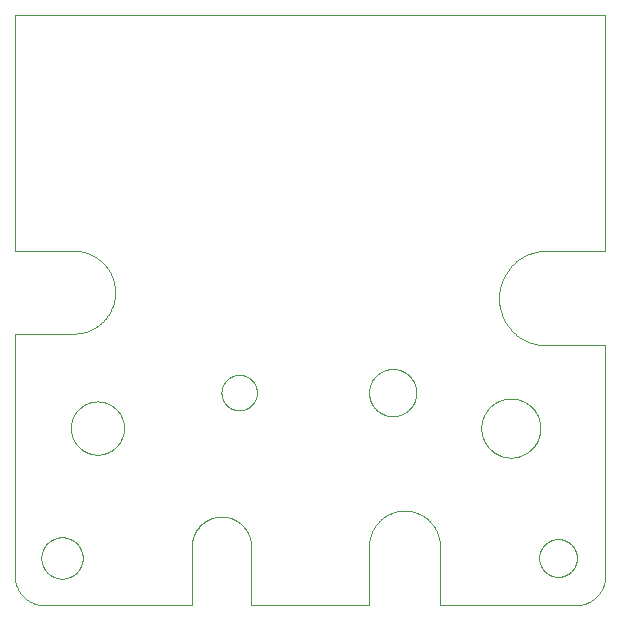
<source format=gtl>
G75*
%MOIN*%
%OFA0B0*%
%FSLAX25Y25*%
%IPPOS*%
%LPD*%
%AMOC8*
5,1,8,0,0,1.08239X$1,22.5*
%
%ADD10C,0.00000*%
D10*
X0001000Y0010843D02*
X0001000Y0091551D01*
X0020685Y0091551D01*
X0021021Y0091555D01*
X0021356Y0091567D01*
X0021691Y0091588D01*
X0022025Y0091616D01*
X0022359Y0091653D01*
X0022691Y0091698D01*
X0023023Y0091751D01*
X0023353Y0091812D01*
X0023681Y0091881D01*
X0024008Y0091958D01*
X0024332Y0092043D01*
X0024655Y0092135D01*
X0024975Y0092236D01*
X0025293Y0092344D01*
X0025608Y0092460D01*
X0025920Y0092584D01*
X0026228Y0092715D01*
X0026534Y0092854D01*
X0026836Y0093000D01*
X0027135Y0093153D01*
X0027429Y0093314D01*
X0027720Y0093482D01*
X0028006Y0093657D01*
X0028288Y0093839D01*
X0028566Y0094027D01*
X0028839Y0094222D01*
X0029107Y0094424D01*
X0029370Y0094632D01*
X0029628Y0094847D01*
X0029881Y0095068D01*
X0030128Y0095295D01*
X0030369Y0095528D01*
X0030605Y0095767D01*
X0030835Y0096011D01*
X0031059Y0096261D01*
X0031277Y0096516D01*
X0031488Y0096777D01*
X0031694Y0097042D01*
X0031892Y0097313D01*
X0032084Y0097588D01*
X0032269Y0097868D01*
X0032448Y0098152D01*
X0032619Y0098441D01*
X0032783Y0098734D01*
X0032940Y0099030D01*
X0033090Y0099330D01*
X0033232Y0099634D01*
X0033367Y0099942D01*
X0033495Y0100252D01*
X0033615Y0100565D01*
X0033727Y0100882D01*
X0033831Y0101201D01*
X0033928Y0101522D01*
X0034017Y0101846D01*
X0034098Y0102171D01*
X0034171Y0102499D01*
X0034236Y0102828D01*
X0034293Y0103159D01*
X0034342Y0103491D01*
X0034382Y0103824D01*
X0034415Y0104158D01*
X0034439Y0104493D01*
X0034456Y0104828D01*
X0034464Y0105163D01*
X0034464Y0105499D01*
X0034456Y0105834D01*
X0034439Y0106169D01*
X0034415Y0106504D01*
X0034382Y0106838D01*
X0034342Y0107171D01*
X0034293Y0107503D01*
X0034236Y0107834D01*
X0034171Y0108163D01*
X0034098Y0108491D01*
X0034017Y0108816D01*
X0033928Y0109140D01*
X0033831Y0109461D01*
X0033727Y0109780D01*
X0033615Y0110097D01*
X0033495Y0110410D01*
X0033367Y0110720D01*
X0033232Y0111028D01*
X0033090Y0111332D01*
X0032940Y0111632D01*
X0032783Y0111928D01*
X0032619Y0112221D01*
X0032448Y0112510D01*
X0032269Y0112794D01*
X0032084Y0113074D01*
X0031892Y0113349D01*
X0031694Y0113620D01*
X0031488Y0113885D01*
X0031277Y0114146D01*
X0031059Y0114401D01*
X0030835Y0114651D01*
X0030605Y0114895D01*
X0030369Y0115134D01*
X0030128Y0115367D01*
X0029881Y0115594D01*
X0029628Y0115815D01*
X0029370Y0116030D01*
X0029107Y0116238D01*
X0028839Y0116440D01*
X0028566Y0116635D01*
X0028288Y0116823D01*
X0028006Y0117005D01*
X0027720Y0117180D01*
X0027429Y0117348D01*
X0027135Y0117509D01*
X0026836Y0117662D01*
X0026534Y0117808D01*
X0026228Y0117947D01*
X0025920Y0118078D01*
X0025608Y0118202D01*
X0025293Y0118318D01*
X0024975Y0118426D01*
X0024655Y0118527D01*
X0024332Y0118619D01*
X0024008Y0118704D01*
X0023681Y0118781D01*
X0023353Y0118850D01*
X0023023Y0118911D01*
X0022691Y0118964D01*
X0022359Y0119009D01*
X0022025Y0119046D01*
X0021691Y0119074D01*
X0021356Y0119095D01*
X0021021Y0119107D01*
X0020685Y0119111D01*
X0020685Y0119110D02*
X0001000Y0119110D01*
X0001000Y0197850D01*
X0197850Y0197850D01*
X0197850Y0119110D01*
X0178165Y0119110D01*
X0177782Y0119105D01*
X0177398Y0119091D01*
X0177015Y0119068D01*
X0176633Y0119035D01*
X0176252Y0118993D01*
X0175872Y0118942D01*
X0175493Y0118882D01*
X0175116Y0118812D01*
X0174741Y0118733D01*
X0174368Y0118645D01*
X0173997Y0118548D01*
X0173628Y0118442D01*
X0173262Y0118327D01*
X0172899Y0118204D01*
X0172539Y0118071D01*
X0172183Y0117930D01*
X0171830Y0117780D01*
X0171481Y0117621D01*
X0171135Y0117454D01*
X0170794Y0117279D01*
X0170458Y0117095D01*
X0170126Y0116903D01*
X0169798Y0116703D01*
X0169476Y0116496D01*
X0169159Y0116280D01*
X0168847Y0116057D01*
X0168540Y0115826D01*
X0168240Y0115588D01*
X0167945Y0115343D01*
X0167656Y0115091D01*
X0167374Y0114831D01*
X0167097Y0114565D01*
X0166828Y0114292D01*
X0166565Y0114013D01*
X0166309Y0113727D01*
X0166060Y0113436D01*
X0165819Y0113138D01*
X0165584Y0112834D01*
X0165357Y0112525D01*
X0165138Y0112211D01*
X0164926Y0111891D01*
X0164723Y0111566D01*
X0164527Y0111236D01*
X0164339Y0110902D01*
X0164160Y0110563D01*
X0163988Y0110219D01*
X0163826Y0109872D01*
X0163671Y0109521D01*
X0163526Y0109166D01*
X0163389Y0108808D01*
X0163260Y0108447D01*
X0163141Y0108082D01*
X0163031Y0107715D01*
X0162929Y0107345D01*
X0162837Y0106973D01*
X0162753Y0106599D01*
X0162679Y0106222D01*
X0162614Y0105844D01*
X0162558Y0105465D01*
X0162511Y0105084D01*
X0162474Y0104703D01*
X0162446Y0104320D01*
X0162428Y0103937D01*
X0162418Y0103554D01*
X0162418Y0103170D01*
X0162428Y0102787D01*
X0162446Y0102404D01*
X0162474Y0102021D01*
X0162511Y0101640D01*
X0162558Y0101259D01*
X0162614Y0100880D01*
X0162679Y0100502D01*
X0162753Y0100125D01*
X0162837Y0099751D01*
X0162929Y0099379D01*
X0163031Y0099009D01*
X0163141Y0098642D01*
X0163260Y0098277D01*
X0163389Y0097916D01*
X0163526Y0097558D01*
X0163671Y0097203D01*
X0163826Y0096852D01*
X0163988Y0096505D01*
X0164160Y0096161D01*
X0164339Y0095822D01*
X0164527Y0095488D01*
X0164723Y0095158D01*
X0164926Y0094833D01*
X0165138Y0094513D01*
X0165357Y0094199D01*
X0165584Y0093890D01*
X0165819Y0093586D01*
X0166060Y0093288D01*
X0166309Y0092997D01*
X0166565Y0092711D01*
X0166828Y0092432D01*
X0167097Y0092159D01*
X0167374Y0091893D01*
X0167656Y0091633D01*
X0167945Y0091381D01*
X0168240Y0091136D01*
X0168540Y0090898D01*
X0168847Y0090667D01*
X0169159Y0090444D01*
X0169476Y0090228D01*
X0169798Y0090021D01*
X0170126Y0089821D01*
X0170458Y0089629D01*
X0170794Y0089445D01*
X0171135Y0089270D01*
X0171481Y0089103D01*
X0171830Y0088944D01*
X0172183Y0088794D01*
X0172539Y0088653D01*
X0172899Y0088520D01*
X0173262Y0088397D01*
X0173628Y0088282D01*
X0173997Y0088176D01*
X0174368Y0088079D01*
X0174741Y0087991D01*
X0175116Y0087912D01*
X0175493Y0087842D01*
X0175872Y0087782D01*
X0176252Y0087731D01*
X0176633Y0087689D01*
X0177015Y0087656D01*
X0177398Y0087633D01*
X0177782Y0087619D01*
X0178165Y0087614D01*
X0197850Y0087614D01*
X0197850Y0010843D01*
X0197851Y0010843D02*
X0197848Y0010605D01*
X0197840Y0010367D01*
X0197825Y0010130D01*
X0197805Y0009893D01*
X0197779Y0009657D01*
X0197748Y0009421D01*
X0197711Y0009186D01*
X0197668Y0008952D01*
X0197619Y0008719D01*
X0197565Y0008487D01*
X0197505Y0008257D01*
X0197440Y0008028D01*
X0197369Y0007801D01*
X0197293Y0007576D01*
X0197211Y0007353D01*
X0197124Y0007131D01*
X0197032Y0006912D01*
X0196934Y0006695D01*
X0196832Y0006481D01*
X0196724Y0006269D01*
X0196610Y0006059D01*
X0196492Y0005853D01*
X0196369Y0005649D01*
X0196241Y0005449D01*
X0196109Y0005252D01*
X0195971Y0005057D01*
X0195829Y0004867D01*
X0195682Y0004679D01*
X0195531Y0004496D01*
X0195376Y0004316D01*
X0195216Y0004140D01*
X0195052Y0003968D01*
X0194883Y0003799D01*
X0194711Y0003635D01*
X0194535Y0003475D01*
X0194355Y0003320D01*
X0194172Y0003169D01*
X0193984Y0003022D01*
X0193794Y0002880D01*
X0193599Y0002742D01*
X0193402Y0002610D01*
X0193202Y0002482D01*
X0192998Y0002359D01*
X0192792Y0002241D01*
X0192582Y0002127D01*
X0192370Y0002019D01*
X0192156Y0001917D01*
X0191939Y0001819D01*
X0191720Y0001727D01*
X0191498Y0001640D01*
X0191275Y0001558D01*
X0191050Y0001482D01*
X0190823Y0001411D01*
X0190594Y0001346D01*
X0190364Y0001286D01*
X0190132Y0001232D01*
X0189899Y0001183D01*
X0189665Y0001140D01*
X0189430Y0001103D01*
X0189194Y0001072D01*
X0188958Y0001046D01*
X0188721Y0001026D01*
X0188484Y0001011D01*
X0188246Y0001003D01*
X0188008Y0001000D01*
X0142732Y0001000D01*
X0142732Y0020685D01*
X0142728Y0020973D01*
X0142718Y0021260D01*
X0142700Y0021547D01*
X0142676Y0021834D01*
X0142645Y0022120D01*
X0142606Y0022405D01*
X0142561Y0022689D01*
X0142509Y0022972D01*
X0142449Y0023253D01*
X0142383Y0023533D01*
X0142311Y0023811D01*
X0142231Y0024088D01*
X0142145Y0024362D01*
X0142052Y0024634D01*
X0141953Y0024904D01*
X0141847Y0025172D01*
X0141734Y0025436D01*
X0141615Y0025698D01*
X0141490Y0025957D01*
X0141358Y0026213D01*
X0141221Y0026466D01*
X0141077Y0026715D01*
X0140927Y0026960D01*
X0140771Y0027202D01*
X0140610Y0027440D01*
X0140442Y0027674D01*
X0140269Y0027904D01*
X0140091Y0028129D01*
X0139907Y0028350D01*
X0139718Y0028567D01*
X0139523Y0028779D01*
X0139323Y0028986D01*
X0139119Y0029188D01*
X0138909Y0029385D01*
X0138695Y0029577D01*
X0138476Y0029763D01*
X0138253Y0029945D01*
X0138025Y0030121D01*
X0137793Y0030291D01*
X0137557Y0030455D01*
X0137318Y0030614D01*
X0137074Y0030767D01*
X0136827Y0030914D01*
X0136576Y0031054D01*
X0136321Y0031189D01*
X0136064Y0031317D01*
X0135804Y0031439D01*
X0135540Y0031555D01*
X0135274Y0031664D01*
X0135006Y0031767D01*
X0134735Y0031863D01*
X0134461Y0031953D01*
X0134186Y0032036D01*
X0133908Y0032112D01*
X0133629Y0032181D01*
X0133349Y0032244D01*
X0133066Y0032300D01*
X0132783Y0032348D01*
X0132498Y0032390D01*
X0132213Y0032425D01*
X0131927Y0032453D01*
X0131640Y0032474D01*
X0131352Y0032488D01*
X0131065Y0032495D01*
X0130777Y0032495D01*
X0130490Y0032488D01*
X0130202Y0032474D01*
X0129915Y0032453D01*
X0129629Y0032425D01*
X0129344Y0032390D01*
X0129059Y0032348D01*
X0128776Y0032300D01*
X0128493Y0032244D01*
X0128213Y0032181D01*
X0127934Y0032112D01*
X0127656Y0032036D01*
X0127381Y0031953D01*
X0127107Y0031863D01*
X0126836Y0031767D01*
X0126568Y0031664D01*
X0126302Y0031555D01*
X0126038Y0031439D01*
X0125778Y0031317D01*
X0125521Y0031189D01*
X0125266Y0031054D01*
X0125016Y0030914D01*
X0124768Y0030767D01*
X0124524Y0030614D01*
X0124285Y0030455D01*
X0124049Y0030291D01*
X0123817Y0030121D01*
X0123589Y0029945D01*
X0123366Y0029763D01*
X0123147Y0029577D01*
X0122933Y0029385D01*
X0122723Y0029188D01*
X0122519Y0028986D01*
X0122319Y0028779D01*
X0122124Y0028567D01*
X0121935Y0028350D01*
X0121751Y0028129D01*
X0121573Y0027904D01*
X0121400Y0027674D01*
X0121232Y0027440D01*
X0121071Y0027202D01*
X0120915Y0026960D01*
X0120765Y0026715D01*
X0120621Y0026466D01*
X0120484Y0026213D01*
X0120352Y0025957D01*
X0120227Y0025698D01*
X0120108Y0025436D01*
X0119995Y0025172D01*
X0119889Y0024904D01*
X0119790Y0024634D01*
X0119697Y0024362D01*
X0119611Y0024088D01*
X0119531Y0023811D01*
X0119459Y0023533D01*
X0119393Y0023253D01*
X0119333Y0022972D01*
X0119281Y0022689D01*
X0119236Y0022405D01*
X0119197Y0022120D01*
X0119166Y0021834D01*
X0119142Y0021547D01*
X0119124Y0021260D01*
X0119114Y0020973D01*
X0119110Y0020685D01*
X0119110Y0001000D01*
X0079740Y0001000D01*
X0079740Y0020685D01*
X0079741Y0020685D02*
X0079738Y0020925D01*
X0079729Y0021164D01*
X0079715Y0021403D01*
X0079694Y0021642D01*
X0079668Y0021881D01*
X0079636Y0022118D01*
X0079598Y0022355D01*
X0079555Y0022591D01*
X0079506Y0022825D01*
X0079451Y0023058D01*
X0079390Y0023290D01*
X0079324Y0023521D01*
X0079252Y0023749D01*
X0079174Y0023976D01*
X0079092Y0024201D01*
X0079003Y0024424D01*
X0078909Y0024645D01*
X0078810Y0024863D01*
X0078706Y0025079D01*
X0078596Y0025292D01*
X0078482Y0025502D01*
X0078362Y0025710D01*
X0078237Y0025915D01*
X0078107Y0026116D01*
X0077972Y0026314D01*
X0077833Y0026509D01*
X0077689Y0026701D01*
X0077540Y0026889D01*
X0077387Y0027073D01*
X0077229Y0027253D01*
X0077067Y0027430D01*
X0076900Y0027603D01*
X0076730Y0027771D01*
X0076555Y0027935D01*
X0076377Y0028095D01*
X0076194Y0028251D01*
X0076008Y0028402D01*
X0075818Y0028548D01*
X0075625Y0028690D01*
X0075429Y0028827D01*
X0075229Y0028960D01*
X0075026Y0029087D01*
X0074820Y0029209D01*
X0074610Y0029327D01*
X0074399Y0029439D01*
X0074184Y0029546D01*
X0073967Y0029648D01*
X0073748Y0029744D01*
X0073526Y0029835D01*
X0073302Y0029921D01*
X0073076Y0030001D01*
X0072848Y0030075D01*
X0072619Y0030144D01*
X0072388Y0030208D01*
X0072155Y0030266D01*
X0071921Y0030318D01*
X0071686Y0030364D01*
X0071450Y0030405D01*
X0071212Y0030440D01*
X0070975Y0030469D01*
X0070736Y0030492D01*
X0070497Y0030510D01*
X0070257Y0030521D01*
X0070018Y0030527D01*
X0069778Y0030527D01*
X0069539Y0030521D01*
X0069299Y0030510D01*
X0069060Y0030492D01*
X0068821Y0030469D01*
X0068584Y0030440D01*
X0068346Y0030405D01*
X0068110Y0030364D01*
X0067875Y0030318D01*
X0067641Y0030266D01*
X0067408Y0030208D01*
X0067177Y0030144D01*
X0066948Y0030075D01*
X0066720Y0030001D01*
X0066494Y0029921D01*
X0066270Y0029835D01*
X0066048Y0029744D01*
X0065829Y0029648D01*
X0065612Y0029546D01*
X0065397Y0029439D01*
X0065186Y0029327D01*
X0064977Y0029209D01*
X0064770Y0029087D01*
X0064567Y0028960D01*
X0064367Y0028827D01*
X0064171Y0028690D01*
X0063978Y0028548D01*
X0063788Y0028402D01*
X0063602Y0028251D01*
X0063419Y0028095D01*
X0063241Y0027935D01*
X0063066Y0027771D01*
X0062896Y0027603D01*
X0062729Y0027430D01*
X0062567Y0027253D01*
X0062409Y0027073D01*
X0062256Y0026889D01*
X0062107Y0026701D01*
X0061963Y0026509D01*
X0061824Y0026314D01*
X0061689Y0026116D01*
X0061559Y0025915D01*
X0061434Y0025710D01*
X0061314Y0025502D01*
X0061200Y0025292D01*
X0061090Y0025079D01*
X0060986Y0024863D01*
X0060887Y0024645D01*
X0060793Y0024424D01*
X0060704Y0024201D01*
X0060622Y0023976D01*
X0060544Y0023749D01*
X0060472Y0023521D01*
X0060406Y0023290D01*
X0060345Y0023058D01*
X0060290Y0022825D01*
X0060241Y0022591D01*
X0060198Y0022355D01*
X0060160Y0022118D01*
X0060128Y0021881D01*
X0060102Y0021642D01*
X0060081Y0021403D01*
X0060067Y0021164D01*
X0060058Y0020925D01*
X0060055Y0020685D01*
X0060055Y0001000D01*
X0010843Y0001000D01*
X0010605Y0001003D01*
X0010367Y0001011D01*
X0010130Y0001026D01*
X0009893Y0001046D01*
X0009657Y0001072D01*
X0009421Y0001103D01*
X0009186Y0001140D01*
X0008952Y0001183D01*
X0008719Y0001232D01*
X0008487Y0001286D01*
X0008257Y0001346D01*
X0008028Y0001411D01*
X0007801Y0001482D01*
X0007576Y0001558D01*
X0007353Y0001640D01*
X0007131Y0001727D01*
X0006912Y0001819D01*
X0006695Y0001917D01*
X0006481Y0002019D01*
X0006269Y0002127D01*
X0006059Y0002241D01*
X0005853Y0002359D01*
X0005649Y0002482D01*
X0005449Y0002610D01*
X0005252Y0002742D01*
X0005057Y0002880D01*
X0004867Y0003022D01*
X0004679Y0003169D01*
X0004496Y0003320D01*
X0004316Y0003475D01*
X0004140Y0003635D01*
X0003968Y0003799D01*
X0003799Y0003968D01*
X0003635Y0004140D01*
X0003475Y0004316D01*
X0003320Y0004496D01*
X0003169Y0004679D01*
X0003022Y0004867D01*
X0002880Y0005057D01*
X0002742Y0005252D01*
X0002610Y0005449D01*
X0002482Y0005649D01*
X0002359Y0005853D01*
X0002241Y0006059D01*
X0002127Y0006269D01*
X0002019Y0006481D01*
X0001917Y0006695D01*
X0001819Y0006912D01*
X0001727Y0007131D01*
X0001640Y0007353D01*
X0001558Y0007576D01*
X0001482Y0007801D01*
X0001411Y0008028D01*
X0001346Y0008257D01*
X0001286Y0008487D01*
X0001232Y0008719D01*
X0001183Y0008952D01*
X0001140Y0009186D01*
X0001103Y0009421D01*
X0001072Y0009657D01*
X0001046Y0009893D01*
X0001026Y0010130D01*
X0001011Y0010367D01*
X0001003Y0010605D01*
X0001000Y0010843D01*
X0009858Y0016748D02*
X0009860Y0016917D01*
X0009866Y0017086D01*
X0009877Y0017255D01*
X0009891Y0017423D01*
X0009910Y0017591D01*
X0009933Y0017759D01*
X0009959Y0017926D01*
X0009990Y0018092D01*
X0010025Y0018258D01*
X0010064Y0018422D01*
X0010108Y0018586D01*
X0010155Y0018748D01*
X0010206Y0018909D01*
X0010261Y0019069D01*
X0010320Y0019228D01*
X0010382Y0019385D01*
X0010449Y0019540D01*
X0010520Y0019694D01*
X0010594Y0019846D01*
X0010672Y0019996D01*
X0010753Y0020144D01*
X0010838Y0020290D01*
X0010927Y0020434D01*
X0011019Y0020576D01*
X0011115Y0020715D01*
X0011214Y0020852D01*
X0011316Y0020987D01*
X0011422Y0021119D01*
X0011531Y0021248D01*
X0011643Y0021375D01*
X0011758Y0021499D01*
X0011876Y0021620D01*
X0011997Y0021738D01*
X0012121Y0021853D01*
X0012248Y0021965D01*
X0012377Y0022074D01*
X0012509Y0022180D01*
X0012644Y0022282D01*
X0012781Y0022381D01*
X0012920Y0022477D01*
X0013062Y0022569D01*
X0013206Y0022658D01*
X0013352Y0022743D01*
X0013500Y0022824D01*
X0013650Y0022902D01*
X0013802Y0022976D01*
X0013956Y0023047D01*
X0014111Y0023114D01*
X0014268Y0023176D01*
X0014427Y0023235D01*
X0014587Y0023290D01*
X0014748Y0023341D01*
X0014910Y0023388D01*
X0015074Y0023432D01*
X0015238Y0023471D01*
X0015404Y0023506D01*
X0015570Y0023537D01*
X0015737Y0023563D01*
X0015905Y0023586D01*
X0016073Y0023605D01*
X0016241Y0023619D01*
X0016410Y0023630D01*
X0016579Y0023636D01*
X0016748Y0023638D01*
X0016917Y0023636D01*
X0017086Y0023630D01*
X0017255Y0023619D01*
X0017423Y0023605D01*
X0017591Y0023586D01*
X0017759Y0023563D01*
X0017926Y0023537D01*
X0018092Y0023506D01*
X0018258Y0023471D01*
X0018422Y0023432D01*
X0018586Y0023388D01*
X0018748Y0023341D01*
X0018909Y0023290D01*
X0019069Y0023235D01*
X0019228Y0023176D01*
X0019385Y0023114D01*
X0019540Y0023047D01*
X0019694Y0022976D01*
X0019846Y0022902D01*
X0019996Y0022824D01*
X0020144Y0022743D01*
X0020290Y0022658D01*
X0020434Y0022569D01*
X0020576Y0022477D01*
X0020715Y0022381D01*
X0020852Y0022282D01*
X0020987Y0022180D01*
X0021119Y0022074D01*
X0021248Y0021965D01*
X0021375Y0021853D01*
X0021499Y0021738D01*
X0021620Y0021620D01*
X0021738Y0021499D01*
X0021853Y0021375D01*
X0021965Y0021248D01*
X0022074Y0021119D01*
X0022180Y0020987D01*
X0022282Y0020852D01*
X0022381Y0020715D01*
X0022477Y0020576D01*
X0022569Y0020434D01*
X0022658Y0020290D01*
X0022743Y0020144D01*
X0022824Y0019996D01*
X0022902Y0019846D01*
X0022976Y0019694D01*
X0023047Y0019540D01*
X0023114Y0019385D01*
X0023176Y0019228D01*
X0023235Y0019069D01*
X0023290Y0018909D01*
X0023341Y0018748D01*
X0023388Y0018586D01*
X0023432Y0018422D01*
X0023471Y0018258D01*
X0023506Y0018092D01*
X0023537Y0017926D01*
X0023563Y0017759D01*
X0023586Y0017591D01*
X0023605Y0017423D01*
X0023619Y0017255D01*
X0023630Y0017086D01*
X0023636Y0016917D01*
X0023638Y0016748D01*
X0023636Y0016579D01*
X0023630Y0016410D01*
X0023619Y0016241D01*
X0023605Y0016073D01*
X0023586Y0015905D01*
X0023563Y0015737D01*
X0023537Y0015570D01*
X0023506Y0015404D01*
X0023471Y0015238D01*
X0023432Y0015074D01*
X0023388Y0014910D01*
X0023341Y0014748D01*
X0023290Y0014587D01*
X0023235Y0014427D01*
X0023176Y0014268D01*
X0023114Y0014111D01*
X0023047Y0013956D01*
X0022976Y0013802D01*
X0022902Y0013650D01*
X0022824Y0013500D01*
X0022743Y0013352D01*
X0022658Y0013206D01*
X0022569Y0013062D01*
X0022477Y0012920D01*
X0022381Y0012781D01*
X0022282Y0012644D01*
X0022180Y0012509D01*
X0022074Y0012377D01*
X0021965Y0012248D01*
X0021853Y0012121D01*
X0021738Y0011997D01*
X0021620Y0011876D01*
X0021499Y0011758D01*
X0021375Y0011643D01*
X0021248Y0011531D01*
X0021119Y0011422D01*
X0020987Y0011316D01*
X0020852Y0011214D01*
X0020715Y0011115D01*
X0020576Y0011019D01*
X0020434Y0010927D01*
X0020290Y0010838D01*
X0020144Y0010753D01*
X0019996Y0010672D01*
X0019846Y0010594D01*
X0019694Y0010520D01*
X0019540Y0010449D01*
X0019385Y0010382D01*
X0019228Y0010320D01*
X0019069Y0010261D01*
X0018909Y0010206D01*
X0018748Y0010155D01*
X0018586Y0010108D01*
X0018422Y0010064D01*
X0018258Y0010025D01*
X0018092Y0009990D01*
X0017926Y0009959D01*
X0017759Y0009933D01*
X0017591Y0009910D01*
X0017423Y0009891D01*
X0017255Y0009877D01*
X0017086Y0009866D01*
X0016917Y0009860D01*
X0016748Y0009858D01*
X0016579Y0009860D01*
X0016410Y0009866D01*
X0016241Y0009877D01*
X0016073Y0009891D01*
X0015905Y0009910D01*
X0015737Y0009933D01*
X0015570Y0009959D01*
X0015404Y0009990D01*
X0015238Y0010025D01*
X0015074Y0010064D01*
X0014910Y0010108D01*
X0014748Y0010155D01*
X0014587Y0010206D01*
X0014427Y0010261D01*
X0014268Y0010320D01*
X0014111Y0010382D01*
X0013956Y0010449D01*
X0013802Y0010520D01*
X0013650Y0010594D01*
X0013500Y0010672D01*
X0013352Y0010753D01*
X0013206Y0010838D01*
X0013062Y0010927D01*
X0012920Y0011019D01*
X0012781Y0011115D01*
X0012644Y0011214D01*
X0012509Y0011316D01*
X0012377Y0011422D01*
X0012248Y0011531D01*
X0012121Y0011643D01*
X0011997Y0011758D01*
X0011876Y0011876D01*
X0011758Y0011997D01*
X0011643Y0012121D01*
X0011531Y0012248D01*
X0011422Y0012377D01*
X0011316Y0012509D01*
X0011214Y0012644D01*
X0011115Y0012781D01*
X0011019Y0012920D01*
X0010927Y0013062D01*
X0010838Y0013206D01*
X0010753Y0013352D01*
X0010672Y0013500D01*
X0010594Y0013650D01*
X0010520Y0013802D01*
X0010449Y0013956D01*
X0010382Y0014111D01*
X0010320Y0014268D01*
X0010261Y0014427D01*
X0010206Y0014587D01*
X0010155Y0014748D01*
X0010108Y0014910D01*
X0010064Y0015074D01*
X0010025Y0015238D01*
X0009990Y0015404D01*
X0009959Y0015570D01*
X0009933Y0015737D01*
X0009910Y0015905D01*
X0009891Y0016073D01*
X0009877Y0016241D01*
X0009866Y0016410D01*
X0009860Y0016579D01*
X0009858Y0016748D01*
X0019701Y0060055D02*
X0019704Y0060272D01*
X0019712Y0060490D01*
X0019725Y0060707D01*
X0019744Y0060923D01*
X0019768Y0061139D01*
X0019797Y0061355D01*
X0019831Y0061569D01*
X0019871Y0061783D01*
X0019916Y0061996D01*
X0019966Y0062207D01*
X0020022Y0062418D01*
X0020082Y0062626D01*
X0020148Y0062834D01*
X0020219Y0063039D01*
X0020295Y0063243D01*
X0020375Y0063445D01*
X0020461Y0063645D01*
X0020551Y0063842D01*
X0020647Y0064038D01*
X0020747Y0064231D01*
X0020852Y0064421D01*
X0020961Y0064609D01*
X0021075Y0064794D01*
X0021194Y0064976D01*
X0021317Y0065156D01*
X0021444Y0065332D01*
X0021576Y0065505D01*
X0021712Y0065674D01*
X0021852Y0065841D01*
X0021996Y0066004D01*
X0022144Y0066163D01*
X0022295Y0066319D01*
X0022451Y0066470D01*
X0022610Y0066618D01*
X0022773Y0066762D01*
X0022940Y0066902D01*
X0023109Y0067038D01*
X0023282Y0067170D01*
X0023458Y0067297D01*
X0023638Y0067420D01*
X0023820Y0067539D01*
X0024005Y0067653D01*
X0024193Y0067762D01*
X0024383Y0067867D01*
X0024576Y0067967D01*
X0024772Y0068063D01*
X0024969Y0068153D01*
X0025169Y0068239D01*
X0025371Y0068319D01*
X0025575Y0068395D01*
X0025780Y0068466D01*
X0025988Y0068532D01*
X0026196Y0068592D01*
X0026407Y0068648D01*
X0026618Y0068698D01*
X0026831Y0068743D01*
X0027045Y0068783D01*
X0027259Y0068817D01*
X0027475Y0068846D01*
X0027691Y0068870D01*
X0027907Y0068889D01*
X0028124Y0068902D01*
X0028342Y0068910D01*
X0028559Y0068913D01*
X0028776Y0068910D01*
X0028994Y0068902D01*
X0029211Y0068889D01*
X0029427Y0068870D01*
X0029643Y0068846D01*
X0029859Y0068817D01*
X0030073Y0068783D01*
X0030287Y0068743D01*
X0030500Y0068698D01*
X0030711Y0068648D01*
X0030922Y0068592D01*
X0031130Y0068532D01*
X0031338Y0068466D01*
X0031543Y0068395D01*
X0031747Y0068319D01*
X0031949Y0068239D01*
X0032149Y0068153D01*
X0032346Y0068063D01*
X0032542Y0067967D01*
X0032735Y0067867D01*
X0032925Y0067762D01*
X0033113Y0067653D01*
X0033298Y0067539D01*
X0033480Y0067420D01*
X0033660Y0067297D01*
X0033836Y0067170D01*
X0034009Y0067038D01*
X0034178Y0066902D01*
X0034345Y0066762D01*
X0034508Y0066618D01*
X0034667Y0066470D01*
X0034823Y0066319D01*
X0034974Y0066163D01*
X0035122Y0066004D01*
X0035266Y0065841D01*
X0035406Y0065674D01*
X0035542Y0065505D01*
X0035674Y0065332D01*
X0035801Y0065156D01*
X0035924Y0064976D01*
X0036043Y0064794D01*
X0036157Y0064609D01*
X0036266Y0064421D01*
X0036371Y0064231D01*
X0036471Y0064038D01*
X0036567Y0063842D01*
X0036657Y0063645D01*
X0036743Y0063445D01*
X0036823Y0063243D01*
X0036899Y0063039D01*
X0036970Y0062834D01*
X0037036Y0062626D01*
X0037096Y0062418D01*
X0037152Y0062207D01*
X0037202Y0061996D01*
X0037247Y0061783D01*
X0037287Y0061569D01*
X0037321Y0061355D01*
X0037350Y0061139D01*
X0037374Y0060923D01*
X0037393Y0060707D01*
X0037406Y0060490D01*
X0037414Y0060272D01*
X0037417Y0060055D01*
X0037414Y0059838D01*
X0037406Y0059620D01*
X0037393Y0059403D01*
X0037374Y0059187D01*
X0037350Y0058971D01*
X0037321Y0058755D01*
X0037287Y0058541D01*
X0037247Y0058327D01*
X0037202Y0058114D01*
X0037152Y0057903D01*
X0037096Y0057692D01*
X0037036Y0057484D01*
X0036970Y0057276D01*
X0036899Y0057071D01*
X0036823Y0056867D01*
X0036743Y0056665D01*
X0036657Y0056465D01*
X0036567Y0056268D01*
X0036471Y0056072D01*
X0036371Y0055879D01*
X0036266Y0055689D01*
X0036157Y0055501D01*
X0036043Y0055316D01*
X0035924Y0055134D01*
X0035801Y0054954D01*
X0035674Y0054778D01*
X0035542Y0054605D01*
X0035406Y0054436D01*
X0035266Y0054269D01*
X0035122Y0054106D01*
X0034974Y0053947D01*
X0034823Y0053791D01*
X0034667Y0053640D01*
X0034508Y0053492D01*
X0034345Y0053348D01*
X0034178Y0053208D01*
X0034009Y0053072D01*
X0033836Y0052940D01*
X0033660Y0052813D01*
X0033480Y0052690D01*
X0033298Y0052571D01*
X0033113Y0052457D01*
X0032925Y0052348D01*
X0032735Y0052243D01*
X0032542Y0052143D01*
X0032346Y0052047D01*
X0032149Y0051957D01*
X0031949Y0051871D01*
X0031747Y0051791D01*
X0031543Y0051715D01*
X0031338Y0051644D01*
X0031130Y0051578D01*
X0030922Y0051518D01*
X0030711Y0051462D01*
X0030500Y0051412D01*
X0030287Y0051367D01*
X0030073Y0051327D01*
X0029859Y0051293D01*
X0029643Y0051264D01*
X0029427Y0051240D01*
X0029211Y0051221D01*
X0028994Y0051208D01*
X0028776Y0051200D01*
X0028559Y0051197D01*
X0028342Y0051200D01*
X0028124Y0051208D01*
X0027907Y0051221D01*
X0027691Y0051240D01*
X0027475Y0051264D01*
X0027259Y0051293D01*
X0027045Y0051327D01*
X0026831Y0051367D01*
X0026618Y0051412D01*
X0026407Y0051462D01*
X0026196Y0051518D01*
X0025988Y0051578D01*
X0025780Y0051644D01*
X0025575Y0051715D01*
X0025371Y0051791D01*
X0025169Y0051871D01*
X0024969Y0051957D01*
X0024772Y0052047D01*
X0024576Y0052143D01*
X0024383Y0052243D01*
X0024193Y0052348D01*
X0024005Y0052457D01*
X0023820Y0052571D01*
X0023638Y0052690D01*
X0023458Y0052813D01*
X0023282Y0052940D01*
X0023109Y0053072D01*
X0022940Y0053208D01*
X0022773Y0053348D01*
X0022610Y0053492D01*
X0022451Y0053640D01*
X0022295Y0053791D01*
X0022144Y0053947D01*
X0021996Y0054106D01*
X0021852Y0054269D01*
X0021712Y0054436D01*
X0021576Y0054605D01*
X0021444Y0054778D01*
X0021317Y0054954D01*
X0021194Y0055134D01*
X0021075Y0055316D01*
X0020961Y0055501D01*
X0020852Y0055689D01*
X0020747Y0055879D01*
X0020647Y0056072D01*
X0020551Y0056268D01*
X0020461Y0056465D01*
X0020375Y0056665D01*
X0020295Y0056867D01*
X0020219Y0057071D01*
X0020148Y0057276D01*
X0020082Y0057484D01*
X0020022Y0057692D01*
X0019966Y0057903D01*
X0019916Y0058114D01*
X0019871Y0058327D01*
X0019831Y0058541D01*
X0019797Y0058755D01*
X0019768Y0058971D01*
X0019744Y0059187D01*
X0019725Y0059403D01*
X0019712Y0059620D01*
X0019704Y0059838D01*
X0019701Y0060055D01*
X0069897Y0071866D02*
X0069899Y0072019D01*
X0069905Y0072173D01*
X0069915Y0072326D01*
X0069929Y0072478D01*
X0069947Y0072631D01*
X0069969Y0072782D01*
X0069994Y0072933D01*
X0070024Y0073084D01*
X0070058Y0073234D01*
X0070095Y0073382D01*
X0070136Y0073530D01*
X0070181Y0073676D01*
X0070230Y0073822D01*
X0070283Y0073966D01*
X0070339Y0074108D01*
X0070399Y0074249D01*
X0070463Y0074389D01*
X0070530Y0074527D01*
X0070601Y0074663D01*
X0070676Y0074797D01*
X0070753Y0074929D01*
X0070835Y0075059D01*
X0070919Y0075187D01*
X0071007Y0075313D01*
X0071098Y0075436D01*
X0071192Y0075557D01*
X0071290Y0075675D01*
X0071390Y0075791D01*
X0071494Y0075904D01*
X0071600Y0076015D01*
X0071709Y0076123D01*
X0071821Y0076228D01*
X0071935Y0076329D01*
X0072053Y0076428D01*
X0072172Y0076524D01*
X0072294Y0076617D01*
X0072419Y0076706D01*
X0072546Y0076793D01*
X0072675Y0076875D01*
X0072806Y0076955D01*
X0072939Y0077031D01*
X0073074Y0077104D01*
X0073211Y0077173D01*
X0073350Y0077238D01*
X0073490Y0077300D01*
X0073632Y0077358D01*
X0073775Y0077413D01*
X0073920Y0077464D01*
X0074066Y0077511D01*
X0074213Y0077554D01*
X0074361Y0077593D01*
X0074510Y0077629D01*
X0074660Y0077660D01*
X0074811Y0077688D01*
X0074962Y0077712D01*
X0075115Y0077732D01*
X0075267Y0077748D01*
X0075420Y0077760D01*
X0075573Y0077768D01*
X0075726Y0077772D01*
X0075880Y0077772D01*
X0076033Y0077768D01*
X0076186Y0077760D01*
X0076339Y0077748D01*
X0076491Y0077732D01*
X0076644Y0077712D01*
X0076795Y0077688D01*
X0076946Y0077660D01*
X0077096Y0077629D01*
X0077245Y0077593D01*
X0077393Y0077554D01*
X0077540Y0077511D01*
X0077686Y0077464D01*
X0077831Y0077413D01*
X0077974Y0077358D01*
X0078116Y0077300D01*
X0078256Y0077238D01*
X0078395Y0077173D01*
X0078532Y0077104D01*
X0078667Y0077031D01*
X0078800Y0076955D01*
X0078931Y0076875D01*
X0079060Y0076793D01*
X0079187Y0076706D01*
X0079312Y0076617D01*
X0079434Y0076524D01*
X0079553Y0076428D01*
X0079671Y0076329D01*
X0079785Y0076228D01*
X0079897Y0076123D01*
X0080006Y0076015D01*
X0080112Y0075904D01*
X0080216Y0075791D01*
X0080316Y0075675D01*
X0080414Y0075557D01*
X0080508Y0075436D01*
X0080599Y0075313D01*
X0080687Y0075187D01*
X0080771Y0075059D01*
X0080853Y0074929D01*
X0080930Y0074797D01*
X0081005Y0074663D01*
X0081076Y0074527D01*
X0081143Y0074389D01*
X0081207Y0074249D01*
X0081267Y0074108D01*
X0081323Y0073966D01*
X0081376Y0073822D01*
X0081425Y0073676D01*
X0081470Y0073530D01*
X0081511Y0073382D01*
X0081548Y0073234D01*
X0081582Y0073084D01*
X0081612Y0072933D01*
X0081637Y0072782D01*
X0081659Y0072631D01*
X0081677Y0072478D01*
X0081691Y0072326D01*
X0081701Y0072173D01*
X0081707Y0072019D01*
X0081709Y0071866D01*
X0081707Y0071713D01*
X0081701Y0071559D01*
X0081691Y0071406D01*
X0081677Y0071254D01*
X0081659Y0071101D01*
X0081637Y0070950D01*
X0081612Y0070799D01*
X0081582Y0070648D01*
X0081548Y0070498D01*
X0081511Y0070350D01*
X0081470Y0070202D01*
X0081425Y0070056D01*
X0081376Y0069910D01*
X0081323Y0069766D01*
X0081267Y0069624D01*
X0081207Y0069483D01*
X0081143Y0069343D01*
X0081076Y0069205D01*
X0081005Y0069069D01*
X0080930Y0068935D01*
X0080853Y0068803D01*
X0080771Y0068673D01*
X0080687Y0068545D01*
X0080599Y0068419D01*
X0080508Y0068296D01*
X0080414Y0068175D01*
X0080316Y0068057D01*
X0080216Y0067941D01*
X0080112Y0067828D01*
X0080006Y0067717D01*
X0079897Y0067609D01*
X0079785Y0067504D01*
X0079671Y0067403D01*
X0079553Y0067304D01*
X0079434Y0067208D01*
X0079312Y0067115D01*
X0079187Y0067026D01*
X0079060Y0066939D01*
X0078931Y0066857D01*
X0078800Y0066777D01*
X0078667Y0066701D01*
X0078532Y0066628D01*
X0078395Y0066559D01*
X0078256Y0066494D01*
X0078116Y0066432D01*
X0077974Y0066374D01*
X0077831Y0066319D01*
X0077686Y0066268D01*
X0077540Y0066221D01*
X0077393Y0066178D01*
X0077245Y0066139D01*
X0077096Y0066103D01*
X0076946Y0066072D01*
X0076795Y0066044D01*
X0076644Y0066020D01*
X0076491Y0066000D01*
X0076339Y0065984D01*
X0076186Y0065972D01*
X0076033Y0065964D01*
X0075880Y0065960D01*
X0075726Y0065960D01*
X0075573Y0065964D01*
X0075420Y0065972D01*
X0075267Y0065984D01*
X0075115Y0066000D01*
X0074962Y0066020D01*
X0074811Y0066044D01*
X0074660Y0066072D01*
X0074510Y0066103D01*
X0074361Y0066139D01*
X0074213Y0066178D01*
X0074066Y0066221D01*
X0073920Y0066268D01*
X0073775Y0066319D01*
X0073632Y0066374D01*
X0073490Y0066432D01*
X0073350Y0066494D01*
X0073211Y0066559D01*
X0073074Y0066628D01*
X0072939Y0066701D01*
X0072806Y0066777D01*
X0072675Y0066857D01*
X0072546Y0066939D01*
X0072419Y0067026D01*
X0072294Y0067115D01*
X0072172Y0067208D01*
X0072053Y0067304D01*
X0071935Y0067403D01*
X0071821Y0067504D01*
X0071709Y0067609D01*
X0071600Y0067717D01*
X0071494Y0067828D01*
X0071390Y0067941D01*
X0071290Y0068057D01*
X0071192Y0068175D01*
X0071098Y0068296D01*
X0071007Y0068419D01*
X0070919Y0068545D01*
X0070835Y0068673D01*
X0070753Y0068803D01*
X0070676Y0068935D01*
X0070601Y0069069D01*
X0070530Y0069205D01*
X0070463Y0069343D01*
X0070399Y0069483D01*
X0070339Y0069624D01*
X0070283Y0069766D01*
X0070230Y0069910D01*
X0070181Y0070056D01*
X0070136Y0070202D01*
X0070095Y0070350D01*
X0070058Y0070498D01*
X0070024Y0070648D01*
X0069994Y0070799D01*
X0069969Y0070950D01*
X0069947Y0071101D01*
X0069929Y0071254D01*
X0069915Y0071406D01*
X0069905Y0071559D01*
X0069899Y0071713D01*
X0069897Y0071866D01*
X0119110Y0071866D02*
X0119112Y0072059D01*
X0119119Y0072252D01*
X0119131Y0072445D01*
X0119148Y0072638D01*
X0119169Y0072830D01*
X0119195Y0073021D01*
X0119226Y0073212D01*
X0119261Y0073402D01*
X0119301Y0073591D01*
X0119346Y0073779D01*
X0119395Y0073966D01*
X0119449Y0074152D01*
X0119507Y0074336D01*
X0119570Y0074519D01*
X0119638Y0074700D01*
X0119709Y0074879D01*
X0119786Y0075057D01*
X0119866Y0075233D01*
X0119951Y0075406D01*
X0120040Y0075578D01*
X0120133Y0075747D01*
X0120230Y0075914D01*
X0120332Y0076079D01*
X0120437Y0076241D01*
X0120546Y0076400D01*
X0120660Y0076557D01*
X0120777Y0076710D01*
X0120897Y0076861D01*
X0121022Y0077009D01*
X0121150Y0077154D01*
X0121281Y0077295D01*
X0121416Y0077434D01*
X0121555Y0077569D01*
X0121696Y0077700D01*
X0121841Y0077828D01*
X0121989Y0077953D01*
X0122140Y0078073D01*
X0122293Y0078190D01*
X0122450Y0078304D01*
X0122609Y0078413D01*
X0122771Y0078518D01*
X0122936Y0078620D01*
X0123103Y0078717D01*
X0123272Y0078810D01*
X0123444Y0078899D01*
X0123617Y0078984D01*
X0123793Y0079064D01*
X0123971Y0079141D01*
X0124150Y0079212D01*
X0124331Y0079280D01*
X0124514Y0079343D01*
X0124698Y0079401D01*
X0124884Y0079455D01*
X0125071Y0079504D01*
X0125259Y0079549D01*
X0125448Y0079589D01*
X0125638Y0079624D01*
X0125829Y0079655D01*
X0126020Y0079681D01*
X0126212Y0079702D01*
X0126405Y0079719D01*
X0126598Y0079731D01*
X0126791Y0079738D01*
X0126984Y0079740D01*
X0127177Y0079738D01*
X0127370Y0079731D01*
X0127563Y0079719D01*
X0127756Y0079702D01*
X0127948Y0079681D01*
X0128139Y0079655D01*
X0128330Y0079624D01*
X0128520Y0079589D01*
X0128709Y0079549D01*
X0128897Y0079504D01*
X0129084Y0079455D01*
X0129270Y0079401D01*
X0129454Y0079343D01*
X0129637Y0079280D01*
X0129818Y0079212D01*
X0129997Y0079141D01*
X0130175Y0079064D01*
X0130351Y0078984D01*
X0130524Y0078899D01*
X0130696Y0078810D01*
X0130865Y0078717D01*
X0131032Y0078620D01*
X0131197Y0078518D01*
X0131359Y0078413D01*
X0131518Y0078304D01*
X0131675Y0078190D01*
X0131828Y0078073D01*
X0131979Y0077953D01*
X0132127Y0077828D01*
X0132272Y0077700D01*
X0132413Y0077569D01*
X0132552Y0077434D01*
X0132687Y0077295D01*
X0132818Y0077154D01*
X0132946Y0077009D01*
X0133071Y0076861D01*
X0133191Y0076710D01*
X0133308Y0076557D01*
X0133422Y0076400D01*
X0133531Y0076241D01*
X0133636Y0076079D01*
X0133738Y0075914D01*
X0133835Y0075747D01*
X0133928Y0075578D01*
X0134017Y0075406D01*
X0134102Y0075233D01*
X0134182Y0075057D01*
X0134259Y0074879D01*
X0134330Y0074700D01*
X0134398Y0074519D01*
X0134461Y0074336D01*
X0134519Y0074152D01*
X0134573Y0073966D01*
X0134622Y0073779D01*
X0134667Y0073591D01*
X0134707Y0073402D01*
X0134742Y0073212D01*
X0134773Y0073021D01*
X0134799Y0072830D01*
X0134820Y0072638D01*
X0134837Y0072445D01*
X0134849Y0072252D01*
X0134856Y0072059D01*
X0134858Y0071866D01*
X0134856Y0071673D01*
X0134849Y0071480D01*
X0134837Y0071287D01*
X0134820Y0071094D01*
X0134799Y0070902D01*
X0134773Y0070711D01*
X0134742Y0070520D01*
X0134707Y0070330D01*
X0134667Y0070141D01*
X0134622Y0069953D01*
X0134573Y0069766D01*
X0134519Y0069580D01*
X0134461Y0069396D01*
X0134398Y0069213D01*
X0134330Y0069032D01*
X0134259Y0068853D01*
X0134182Y0068675D01*
X0134102Y0068499D01*
X0134017Y0068326D01*
X0133928Y0068154D01*
X0133835Y0067985D01*
X0133738Y0067818D01*
X0133636Y0067653D01*
X0133531Y0067491D01*
X0133422Y0067332D01*
X0133308Y0067175D01*
X0133191Y0067022D01*
X0133071Y0066871D01*
X0132946Y0066723D01*
X0132818Y0066578D01*
X0132687Y0066437D01*
X0132552Y0066298D01*
X0132413Y0066163D01*
X0132272Y0066032D01*
X0132127Y0065904D01*
X0131979Y0065779D01*
X0131828Y0065659D01*
X0131675Y0065542D01*
X0131518Y0065428D01*
X0131359Y0065319D01*
X0131197Y0065214D01*
X0131032Y0065112D01*
X0130865Y0065015D01*
X0130696Y0064922D01*
X0130524Y0064833D01*
X0130351Y0064748D01*
X0130175Y0064668D01*
X0129997Y0064591D01*
X0129818Y0064520D01*
X0129637Y0064452D01*
X0129454Y0064389D01*
X0129270Y0064331D01*
X0129084Y0064277D01*
X0128897Y0064228D01*
X0128709Y0064183D01*
X0128520Y0064143D01*
X0128330Y0064108D01*
X0128139Y0064077D01*
X0127948Y0064051D01*
X0127756Y0064030D01*
X0127563Y0064013D01*
X0127370Y0064001D01*
X0127177Y0063994D01*
X0126984Y0063992D01*
X0126791Y0063994D01*
X0126598Y0064001D01*
X0126405Y0064013D01*
X0126212Y0064030D01*
X0126020Y0064051D01*
X0125829Y0064077D01*
X0125638Y0064108D01*
X0125448Y0064143D01*
X0125259Y0064183D01*
X0125071Y0064228D01*
X0124884Y0064277D01*
X0124698Y0064331D01*
X0124514Y0064389D01*
X0124331Y0064452D01*
X0124150Y0064520D01*
X0123971Y0064591D01*
X0123793Y0064668D01*
X0123617Y0064748D01*
X0123444Y0064833D01*
X0123272Y0064922D01*
X0123103Y0065015D01*
X0122936Y0065112D01*
X0122771Y0065214D01*
X0122609Y0065319D01*
X0122450Y0065428D01*
X0122293Y0065542D01*
X0122140Y0065659D01*
X0121989Y0065779D01*
X0121841Y0065904D01*
X0121696Y0066032D01*
X0121555Y0066163D01*
X0121416Y0066298D01*
X0121281Y0066437D01*
X0121150Y0066578D01*
X0121022Y0066723D01*
X0120897Y0066871D01*
X0120777Y0067022D01*
X0120660Y0067175D01*
X0120546Y0067332D01*
X0120437Y0067491D01*
X0120332Y0067653D01*
X0120230Y0067818D01*
X0120133Y0067985D01*
X0120040Y0068154D01*
X0119951Y0068326D01*
X0119866Y0068499D01*
X0119786Y0068675D01*
X0119709Y0068853D01*
X0119638Y0069032D01*
X0119570Y0069213D01*
X0119507Y0069396D01*
X0119449Y0069580D01*
X0119395Y0069766D01*
X0119346Y0069953D01*
X0119301Y0070141D01*
X0119261Y0070330D01*
X0119226Y0070520D01*
X0119195Y0070711D01*
X0119169Y0070902D01*
X0119148Y0071094D01*
X0119131Y0071287D01*
X0119119Y0071480D01*
X0119112Y0071673D01*
X0119110Y0071866D01*
X0156511Y0060055D02*
X0156514Y0060297D01*
X0156523Y0060538D01*
X0156538Y0060779D01*
X0156558Y0061020D01*
X0156585Y0061260D01*
X0156618Y0061499D01*
X0156656Y0061738D01*
X0156700Y0061975D01*
X0156750Y0062212D01*
X0156806Y0062447D01*
X0156868Y0062680D01*
X0156935Y0062912D01*
X0157008Y0063143D01*
X0157086Y0063371D01*
X0157171Y0063597D01*
X0157260Y0063822D01*
X0157355Y0064044D01*
X0157456Y0064263D01*
X0157562Y0064481D01*
X0157673Y0064695D01*
X0157790Y0064907D01*
X0157911Y0065115D01*
X0158038Y0065321D01*
X0158170Y0065523D01*
X0158307Y0065723D01*
X0158448Y0065918D01*
X0158594Y0066111D01*
X0158745Y0066299D01*
X0158901Y0066484D01*
X0159061Y0066665D01*
X0159225Y0066842D01*
X0159394Y0067015D01*
X0159567Y0067184D01*
X0159744Y0067348D01*
X0159925Y0067508D01*
X0160110Y0067664D01*
X0160298Y0067815D01*
X0160491Y0067961D01*
X0160686Y0068102D01*
X0160886Y0068239D01*
X0161088Y0068371D01*
X0161294Y0068498D01*
X0161502Y0068619D01*
X0161714Y0068736D01*
X0161928Y0068847D01*
X0162146Y0068953D01*
X0162365Y0069054D01*
X0162587Y0069149D01*
X0162812Y0069238D01*
X0163038Y0069323D01*
X0163266Y0069401D01*
X0163497Y0069474D01*
X0163729Y0069541D01*
X0163962Y0069603D01*
X0164197Y0069659D01*
X0164434Y0069709D01*
X0164671Y0069753D01*
X0164910Y0069791D01*
X0165149Y0069824D01*
X0165389Y0069851D01*
X0165630Y0069871D01*
X0165871Y0069886D01*
X0166112Y0069895D01*
X0166354Y0069898D01*
X0166596Y0069895D01*
X0166837Y0069886D01*
X0167078Y0069871D01*
X0167319Y0069851D01*
X0167559Y0069824D01*
X0167798Y0069791D01*
X0168037Y0069753D01*
X0168274Y0069709D01*
X0168511Y0069659D01*
X0168746Y0069603D01*
X0168979Y0069541D01*
X0169211Y0069474D01*
X0169442Y0069401D01*
X0169670Y0069323D01*
X0169896Y0069238D01*
X0170121Y0069149D01*
X0170343Y0069054D01*
X0170562Y0068953D01*
X0170780Y0068847D01*
X0170994Y0068736D01*
X0171206Y0068619D01*
X0171414Y0068498D01*
X0171620Y0068371D01*
X0171822Y0068239D01*
X0172022Y0068102D01*
X0172217Y0067961D01*
X0172410Y0067815D01*
X0172598Y0067664D01*
X0172783Y0067508D01*
X0172964Y0067348D01*
X0173141Y0067184D01*
X0173314Y0067015D01*
X0173483Y0066842D01*
X0173647Y0066665D01*
X0173807Y0066484D01*
X0173963Y0066299D01*
X0174114Y0066111D01*
X0174260Y0065918D01*
X0174401Y0065723D01*
X0174538Y0065523D01*
X0174670Y0065321D01*
X0174797Y0065115D01*
X0174918Y0064907D01*
X0175035Y0064695D01*
X0175146Y0064481D01*
X0175252Y0064263D01*
X0175353Y0064044D01*
X0175448Y0063822D01*
X0175537Y0063597D01*
X0175622Y0063371D01*
X0175700Y0063143D01*
X0175773Y0062912D01*
X0175840Y0062680D01*
X0175902Y0062447D01*
X0175958Y0062212D01*
X0176008Y0061975D01*
X0176052Y0061738D01*
X0176090Y0061499D01*
X0176123Y0061260D01*
X0176150Y0061020D01*
X0176170Y0060779D01*
X0176185Y0060538D01*
X0176194Y0060297D01*
X0176197Y0060055D01*
X0176194Y0059813D01*
X0176185Y0059572D01*
X0176170Y0059331D01*
X0176150Y0059090D01*
X0176123Y0058850D01*
X0176090Y0058611D01*
X0176052Y0058372D01*
X0176008Y0058135D01*
X0175958Y0057898D01*
X0175902Y0057663D01*
X0175840Y0057430D01*
X0175773Y0057198D01*
X0175700Y0056967D01*
X0175622Y0056739D01*
X0175537Y0056513D01*
X0175448Y0056288D01*
X0175353Y0056066D01*
X0175252Y0055847D01*
X0175146Y0055629D01*
X0175035Y0055415D01*
X0174918Y0055203D01*
X0174797Y0054995D01*
X0174670Y0054789D01*
X0174538Y0054587D01*
X0174401Y0054387D01*
X0174260Y0054192D01*
X0174114Y0053999D01*
X0173963Y0053811D01*
X0173807Y0053626D01*
X0173647Y0053445D01*
X0173483Y0053268D01*
X0173314Y0053095D01*
X0173141Y0052926D01*
X0172964Y0052762D01*
X0172783Y0052602D01*
X0172598Y0052446D01*
X0172410Y0052295D01*
X0172217Y0052149D01*
X0172022Y0052008D01*
X0171822Y0051871D01*
X0171620Y0051739D01*
X0171414Y0051612D01*
X0171206Y0051491D01*
X0170994Y0051374D01*
X0170780Y0051263D01*
X0170562Y0051157D01*
X0170343Y0051056D01*
X0170121Y0050961D01*
X0169896Y0050872D01*
X0169670Y0050787D01*
X0169442Y0050709D01*
X0169211Y0050636D01*
X0168979Y0050569D01*
X0168746Y0050507D01*
X0168511Y0050451D01*
X0168274Y0050401D01*
X0168037Y0050357D01*
X0167798Y0050319D01*
X0167559Y0050286D01*
X0167319Y0050259D01*
X0167078Y0050239D01*
X0166837Y0050224D01*
X0166596Y0050215D01*
X0166354Y0050212D01*
X0166112Y0050215D01*
X0165871Y0050224D01*
X0165630Y0050239D01*
X0165389Y0050259D01*
X0165149Y0050286D01*
X0164910Y0050319D01*
X0164671Y0050357D01*
X0164434Y0050401D01*
X0164197Y0050451D01*
X0163962Y0050507D01*
X0163729Y0050569D01*
X0163497Y0050636D01*
X0163266Y0050709D01*
X0163038Y0050787D01*
X0162812Y0050872D01*
X0162587Y0050961D01*
X0162365Y0051056D01*
X0162146Y0051157D01*
X0161928Y0051263D01*
X0161714Y0051374D01*
X0161502Y0051491D01*
X0161294Y0051612D01*
X0161088Y0051739D01*
X0160886Y0051871D01*
X0160686Y0052008D01*
X0160491Y0052149D01*
X0160298Y0052295D01*
X0160110Y0052446D01*
X0159925Y0052602D01*
X0159744Y0052762D01*
X0159567Y0052926D01*
X0159394Y0053095D01*
X0159225Y0053268D01*
X0159061Y0053445D01*
X0158901Y0053626D01*
X0158745Y0053811D01*
X0158594Y0053999D01*
X0158448Y0054192D01*
X0158307Y0054387D01*
X0158170Y0054587D01*
X0158038Y0054789D01*
X0157911Y0054995D01*
X0157790Y0055203D01*
X0157673Y0055415D01*
X0157562Y0055629D01*
X0157456Y0055847D01*
X0157355Y0056066D01*
X0157260Y0056288D01*
X0157171Y0056513D01*
X0157086Y0056739D01*
X0157008Y0056967D01*
X0156935Y0057198D01*
X0156868Y0057430D01*
X0156806Y0057663D01*
X0156750Y0057898D01*
X0156700Y0058135D01*
X0156656Y0058372D01*
X0156618Y0058611D01*
X0156585Y0058850D01*
X0156558Y0059090D01*
X0156538Y0059331D01*
X0156523Y0059572D01*
X0156514Y0059813D01*
X0156511Y0060055D01*
X0175803Y0016748D02*
X0175805Y0016906D01*
X0175811Y0017064D01*
X0175821Y0017222D01*
X0175835Y0017380D01*
X0175853Y0017537D01*
X0175874Y0017694D01*
X0175900Y0017850D01*
X0175930Y0018006D01*
X0175963Y0018161D01*
X0176001Y0018314D01*
X0176042Y0018467D01*
X0176087Y0018619D01*
X0176136Y0018770D01*
X0176189Y0018919D01*
X0176245Y0019067D01*
X0176305Y0019213D01*
X0176369Y0019358D01*
X0176437Y0019501D01*
X0176508Y0019643D01*
X0176582Y0019783D01*
X0176660Y0019920D01*
X0176742Y0020056D01*
X0176826Y0020190D01*
X0176915Y0020321D01*
X0177006Y0020450D01*
X0177101Y0020577D01*
X0177198Y0020702D01*
X0177299Y0020824D01*
X0177403Y0020943D01*
X0177510Y0021060D01*
X0177620Y0021174D01*
X0177733Y0021285D01*
X0177848Y0021394D01*
X0177966Y0021499D01*
X0178087Y0021601D01*
X0178210Y0021701D01*
X0178336Y0021797D01*
X0178464Y0021890D01*
X0178594Y0021980D01*
X0178727Y0022066D01*
X0178862Y0022150D01*
X0178998Y0022229D01*
X0179137Y0022306D01*
X0179278Y0022378D01*
X0179420Y0022448D01*
X0179564Y0022513D01*
X0179710Y0022575D01*
X0179857Y0022633D01*
X0180006Y0022688D01*
X0180156Y0022739D01*
X0180307Y0022786D01*
X0180459Y0022829D01*
X0180612Y0022868D01*
X0180767Y0022904D01*
X0180922Y0022935D01*
X0181078Y0022963D01*
X0181234Y0022987D01*
X0181391Y0023007D01*
X0181549Y0023023D01*
X0181706Y0023035D01*
X0181865Y0023043D01*
X0182023Y0023047D01*
X0182181Y0023047D01*
X0182339Y0023043D01*
X0182498Y0023035D01*
X0182655Y0023023D01*
X0182813Y0023007D01*
X0182970Y0022987D01*
X0183126Y0022963D01*
X0183282Y0022935D01*
X0183437Y0022904D01*
X0183592Y0022868D01*
X0183745Y0022829D01*
X0183897Y0022786D01*
X0184048Y0022739D01*
X0184198Y0022688D01*
X0184347Y0022633D01*
X0184494Y0022575D01*
X0184640Y0022513D01*
X0184784Y0022448D01*
X0184926Y0022378D01*
X0185067Y0022306D01*
X0185206Y0022229D01*
X0185342Y0022150D01*
X0185477Y0022066D01*
X0185610Y0021980D01*
X0185740Y0021890D01*
X0185868Y0021797D01*
X0185994Y0021701D01*
X0186117Y0021601D01*
X0186238Y0021499D01*
X0186356Y0021394D01*
X0186471Y0021285D01*
X0186584Y0021174D01*
X0186694Y0021060D01*
X0186801Y0020943D01*
X0186905Y0020824D01*
X0187006Y0020702D01*
X0187103Y0020577D01*
X0187198Y0020450D01*
X0187289Y0020321D01*
X0187378Y0020190D01*
X0187462Y0020056D01*
X0187544Y0019920D01*
X0187622Y0019783D01*
X0187696Y0019643D01*
X0187767Y0019501D01*
X0187835Y0019358D01*
X0187899Y0019213D01*
X0187959Y0019067D01*
X0188015Y0018919D01*
X0188068Y0018770D01*
X0188117Y0018619D01*
X0188162Y0018467D01*
X0188203Y0018314D01*
X0188241Y0018161D01*
X0188274Y0018006D01*
X0188304Y0017850D01*
X0188330Y0017694D01*
X0188351Y0017537D01*
X0188369Y0017380D01*
X0188383Y0017222D01*
X0188393Y0017064D01*
X0188399Y0016906D01*
X0188401Y0016748D01*
X0188399Y0016590D01*
X0188393Y0016432D01*
X0188383Y0016274D01*
X0188369Y0016116D01*
X0188351Y0015959D01*
X0188330Y0015802D01*
X0188304Y0015646D01*
X0188274Y0015490D01*
X0188241Y0015335D01*
X0188203Y0015182D01*
X0188162Y0015029D01*
X0188117Y0014877D01*
X0188068Y0014726D01*
X0188015Y0014577D01*
X0187959Y0014429D01*
X0187899Y0014283D01*
X0187835Y0014138D01*
X0187767Y0013995D01*
X0187696Y0013853D01*
X0187622Y0013713D01*
X0187544Y0013576D01*
X0187462Y0013440D01*
X0187378Y0013306D01*
X0187289Y0013175D01*
X0187198Y0013046D01*
X0187103Y0012919D01*
X0187006Y0012794D01*
X0186905Y0012672D01*
X0186801Y0012553D01*
X0186694Y0012436D01*
X0186584Y0012322D01*
X0186471Y0012211D01*
X0186356Y0012102D01*
X0186238Y0011997D01*
X0186117Y0011895D01*
X0185994Y0011795D01*
X0185868Y0011699D01*
X0185740Y0011606D01*
X0185610Y0011516D01*
X0185477Y0011430D01*
X0185342Y0011346D01*
X0185206Y0011267D01*
X0185067Y0011190D01*
X0184926Y0011118D01*
X0184784Y0011048D01*
X0184640Y0010983D01*
X0184494Y0010921D01*
X0184347Y0010863D01*
X0184198Y0010808D01*
X0184048Y0010757D01*
X0183897Y0010710D01*
X0183745Y0010667D01*
X0183592Y0010628D01*
X0183437Y0010592D01*
X0183282Y0010561D01*
X0183126Y0010533D01*
X0182970Y0010509D01*
X0182813Y0010489D01*
X0182655Y0010473D01*
X0182498Y0010461D01*
X0182339Y0010453D01*
X0182181Y0010449D01*
X0182023Y0010449D01*
X0181865Y0010453D01*
X0181706Y0010461D01*
X0181549Y0010473D01*
X0181391Y0010489D01*
X0181234Y0010509D01*
X0181078Y0010533D01*
X0180922Y0010561D01*
X0180767Y0010592D01*
X0180612Y0010628D01*
X0180459Y0010667D01*
X0180307Y0010710D01*
X0180156Y0010757D01*
X0180006Y0010808D01*
X0179857Y0010863D01*
X0179710Y0010921D01*
X0179564Y0010983D01*
X0179420Y0011048D01*
X0179278Y0011118D01*
X0179137Y0011190D01*
X0178998Y0011267D01*
X0178862Y0011346D01*
X0178727Y0011430D01*
X0178594Y0011516D01*
X0178464Y0011606D01*
X0178336Y0011699D01*
X0178210Y0011795D01*
X0178087Y0011895D01*
X0177966Y0011997D01*
X0177848Y0012102D01*
X0177733Y0012211D01*
X0177620Y0012322D01*
X0177510Y0012436D01*
X0177403Y0012553D01*
X0177299Y0012672D01*
X0177198Y0012794D01*
X0177101Y0012919D01*
X0177006Y0013046D01*
X0176915Y0013175D01*
X0176826Y0013306D01*
X0176742Y0013440D01*
X0176660Y0013576D01*
X0176582Y0013713D01*
X0176508Y0013853D01*
X0176437Y0013995D01*
X0176369Y0014138D01*
X0176305Y0014283D01*
X0176245Y0014429D01*
X0176189Y0014577D01*
X0176136Y0014726D01*
X0176087Y0014877D01*
X0176042Y0015029D01*
X0176001Y0015182D01*
X0175963Y0015335D01*
X0175930Y0015490D01*
X0175900Y0015646D01*
X0175874Y0015802D01*
X0175853Y0015959D01*
X0175835Y0016116D01*
X0175821Y0016274D01*
X0175811Y0016432D01*
X0175805Y0016590D01*
X0175803Y0016748D01*
M02*

</source>
